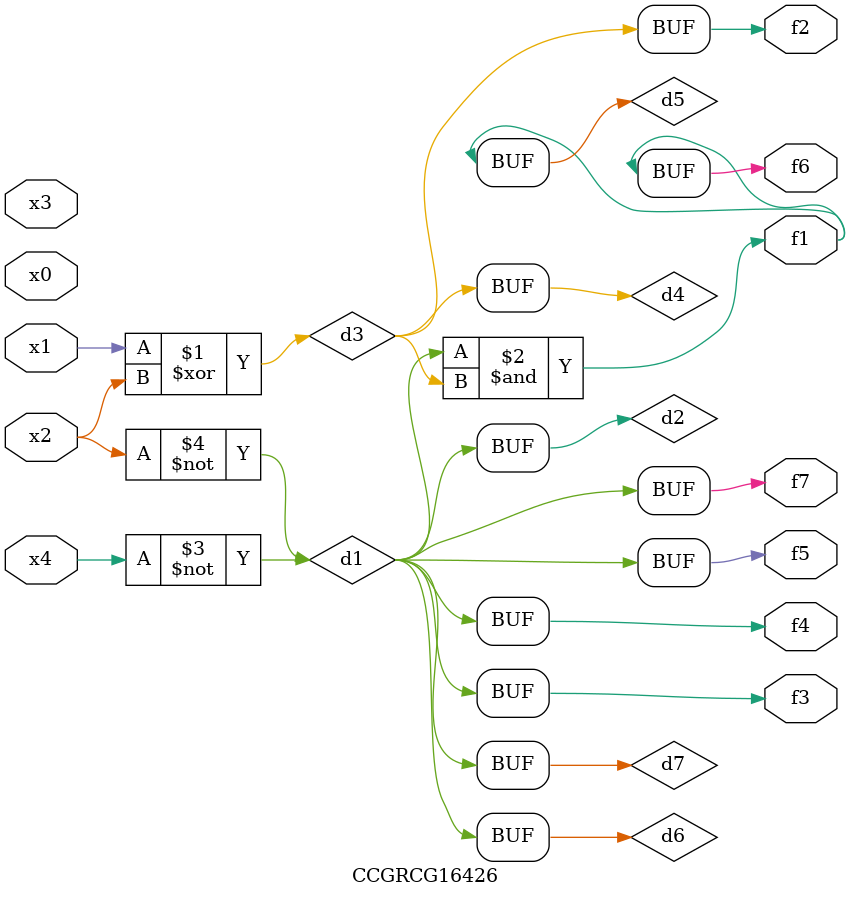
<source format=v>
module CCGRCG16426(
	input x0, x1, x2, x3, x4,
	output f1, f2, f3, f4, f5, f6, f7
);

	wire d1, d2, d3, d4, d5, d6, d7;

	not (d1, x4);
	not (d2, x2);
	xor (d3, x1, x2);
	buf (d4, d3);
	and (d5, d1, d3);
	buf (d6, d1, d2);
	buf (d7, d2);
	assign f1 = d5;
	assign f2 = d4;
	assign f3 = d7;
	assign f4 = d7;
	assign f5 = d7;
	assign f6 = d5;
	assign f7 = d7;
endmodule

</source>
